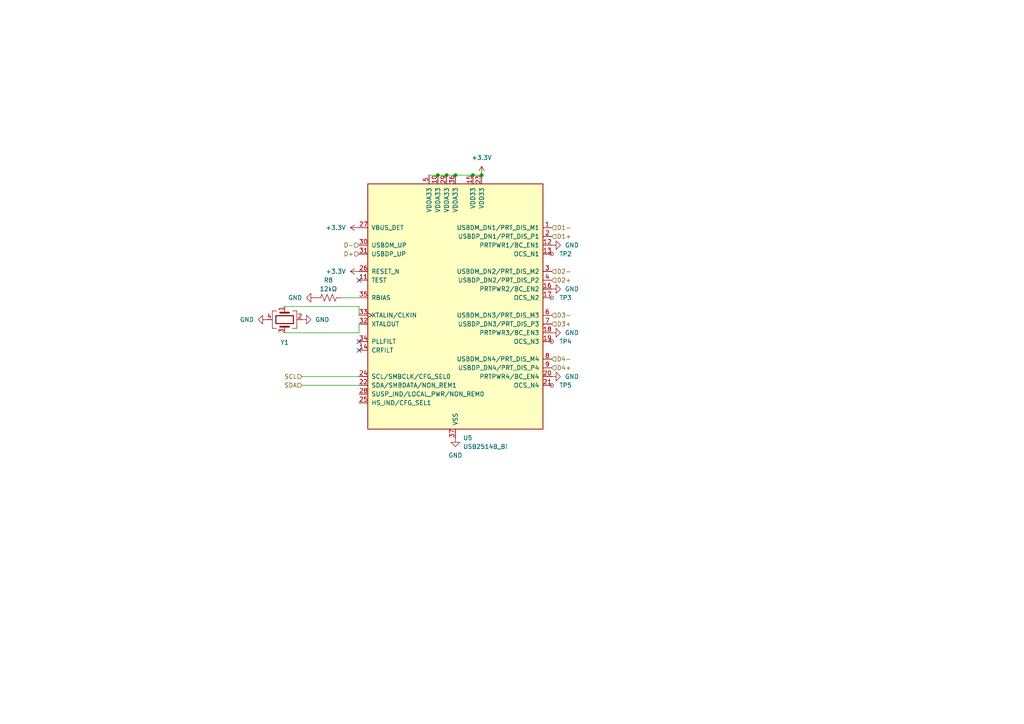
<source format=kicad_sch>
(kicad_sch (version 20231120) (generator "eeschema") (generator_version "8.0")
  (paper "A4")
  (lib_symbols
    (symbol "Connector:TestPoint_Small" (pin_numbers hide) (pin_names (offset 0.762) hide)
      (property "Reference" "TP" (at 0 3.81 0))
      (property "Value" "TestPoint_Small" (at 0 2.032 0))
      (symbol "TestPoint_Small_0_1"
        (circle (center 0 0) (radius 0.508))
      )
      (symbol "TestPoint_Small_1_1"
        (pin passive line (at 0 0 90) (length 0) (name "1") (number "1"))
      )
    )
    (symbol "Device:Crystal_GND24" (pin_names (offset 1.016) hide)
      (property "Reference" "Y" (at 3.175 5.08 0))
      (property "Value" "Crystal_GND24" (at 3.175 3.175 0))
      (symbol "Crystal_GND24_0_1"
        (rectangle (start -1.143 2.54) (end 1.143 -2.54) (stroke (width 0.3048)))
        (polyline (pts (xy -2.54 0) (xy -2.032 0)))
        (polyline (pts (xy -2.032 -1.27) (xy -2.032 1.27)) (stroke (width 0.508)))
        (polyline (pts (xy 0 -3.81) (xy 0 -3.556)))
        (polyline (pts (xy 0 3.556) (xy 0 3.81)))
        (polyline (pts (xy 2.032 -1.27) (xy 2.032 1.27)) (stroke (width 0.508)))
        (polyline (pts (xy 2.032 0) (xy 2.54 0)))
        (polyline (pts (xy -2.54 -2.286) (xy -2.54 -3.556) (xy 2.54 -3.556) (xy 2.54 -2.286)))
        (polyline (pts (xy -2.54 2.286) (xy -2.54 3.556) (xy 2.54 3.556) (xy 2.54 2.286)))
      )
      (symbol "Crystal_GND24_1_1"
        (pin passive line (at -3.81 0 0) (length 1.27) (name "1") (number "1"))
        (pin passive line (at 0 5.08 270) (length 1.27) (name "2") (number "2"))
        (pin passive line (at 3.81 0 180) (length 1.27) (name "3") (number "3"))
        (pin passive line (at 0 -5.08 90) (length 1.27) (name "4") (number "4"))
      )
    )
    (symbol "Device:R_US" (pin_numbers hide) (pin_names (offset 0))
      (property "Reference" "R" (at 2.54 0 90))
      (property "Value" "R_US" (at -2.54 0 90))
      (symbol "R_US_0_1"
        (polyline (pts (xy 0 -2.286) (xy 0 -2.54)))
        (polyline (pts (xy 0 2.286) (xy 0 2.54)))
        (polyline (pts (xy 0 -0.762) (xy 1.016 -1.143) (xy 0 -1.524) (xy -1.016 -1.905) (xy 0 -2.286)))
        (polyline (pts (xy 0 0.762) (xy 1.016 0.381) (xy 0 0) (xy -1.016 -0.381) (xy 0 -0.762)))
        (polyline (pts (xy 0 2.286) (xy 1.016 1.905) (xy 0 1.524) (xy -1.016 1.143) (xy 0 0.762)))
      )
      (symbol "R_US_1_1"
        (pin passive line (at 0 3.81 270) (length 1.27) (name "~") (number "1"))
        (pin passive line (at 0 -3.81 90) (length 1.27) (name "~") (number "2"))
      )
    )
    (symbol "Interface_USB:USB2514B_Bi" (pin_names (offset 1.016))
      (property "Reference" "U" (at -17.78 40.64 0))
      (property "Value" "USB2514B_Bi" (at -20.32 38.1 0))
      (symbol "USB2514B_Bi_0_1"
        (rectangle (start -25.4 35.56) (end 25.4 -35.56) (stroke (width 0.254)) (fill (type background)))
      )
      (symbol "USB2514B_Bi_1_1"
        (pin bidirectional line (at 27.94 22.86 180) (length 2.54) (name "USBDM_DN1/PRT_DIS_M1") (number "1"))
        (pin power_in line (at -5.08 38.1 270) (length 2.54) (name "VDDA33") (number "10"))
        (pin input line (at -27.94 7.62 0) (length 2.54) (name "TEST") (number "11"))
        (pin bidirectional line (at 27.94 17.78 180) (length 2.54) (name "PRTPWR1/BC_EN1") (number "12"))
        (pin input line (at 27.94 15.24 180) (length 2.54) (name "OCS_N1") (number "13"))
        (pin input line (at -27.94 -12.7 0) (length 2.54) (name "CRFILT") (number "14"))
        (pin power_in line (at 5.08 38.1 270) (length 2.54) (name "VDD33") (number "15"))
        (pin bidirectional line (at 27.94 5.08 180) (length 2.54) (name "PRTPWR2/BC_EN2") (number "16"))
        (pin input line (at 27.94 2.54 180) (length 2.54) (name "OCS_N2") (number "17"))
        (pin bidirectional line (at 27.94 -7.62 180) (length 2.54) (name "PRTPWR3/BC_EN3") (number "18"))
        (pin input line (at 27.94 -10.16 180) (length 2.54) (name "OCS_N3") (number "19"))
        (pin bidirectional line (at 27.94 20.32 180) (length 2.54) (name "USBDP_DN1/PRT_DIS_P1") (number "2"))
        (pin bidirectional line (at 27.94 -20.32 180) (length 2.54) (name "PRTPWR4/BC_EN4") (number "20"))
        (pin input line (at 27.94 -22.86 180) (length 2.54) (name "OCS_N4") (number "21"))
        (pin bidirectional line (at -27.94 -22.86 0) (length 2.54) (name "SDA/SMBDATA/NON_REM1") (number "22"))
        (pin power_in line (at 7.62 38.1 270) (length 2.54) (name "VDD33") (number "23"))
        (pin bidirectional line (at -27.94 -20.32 0) (length 2.54) (name "SCL/SMBCLK/CFG_SEL0") (number "24"))
        (pin bidirectional line (at -27.94 -27.94 0) (length 2.54) (name "HS_IND/CFG_SEL1") (number "25"))
        (pin input line (at -27.94 10.16 0) (length 2.54) (name "RESET_N") (number "26"))
        (pin input line (at -27.94 22.86 0) (length 2.54) (name "VBUS_DET") (number "27"))
        (pin bidirectional line (at -27.94 -25.4 0) (length 2.54) (name "SUSP_IND/LOCAL_PWR/NON_REM0") (number "28"))
        (pin power_in line (at -2.54 38.1 270) (length 2.54) (name "VDDA33") (number "29"))
        (pin bidirectional line (at 27.94 10.16 180) (length 2.54) (name "USBDM_DN2/PRT_DIS_M2") (number "3"))
        (pin bidirectional line (at -27.94 17.78 0) (length 2.54) (name "USBDM_UP") (number "30"))
        (pin bidirectional line (at -27.94 15.24 0) (length 2.54) (name "USBDP_UP") (number "31"))
        (pin output line (at -27.94 -5.08 0) (length 2.54) (name "XTALOUT") (number "32"))
        (pin input clock (at -27.94 -2.54 0) (length 2.54) (name "XTALIN/CLKIN") (number "33"))
        (pin input line (at -27.94 -10.16 0) (length 2.54) (name "PLLFILT") (number "34"))
        (pin input line (at -27.94 2.54 0) (length 2.54) (name "RBIAS") (number "35"))
        (pin power_in line (at 0 38.1 270) (length 2.54) (name "VDDA33") (number "36"))
        (pin power_in line (at 0 -38.1 90) (length 2.54) (name "VSS") (number "37"))
        (pin bidirectional line (at 27.94 7.62 180) (length 2.54) (name "USBDP_DN2/PRT_DIS_P2") (number "4"))
        (pin power_in line (at -7.62 38.1 270) (length 2.54) (name "VDDA33") (number "5"))
        (pin bidirectional line (at 27.94 -2.54 180) (length 2.54) (name "USBDM_DN3/PRT_DIS_M3") (number "6"))
        (pin bidirectional line (at 27.94 -5.08 180) (length 2.54) (name "USBDP_DN3/PRT_DIS_P3") (number "7"))
        (pin bidirectional line (at 27.94 -15.24 180) (length 2.54) (name "USBDM_DN4/PRT_DIS_M4") (number "8"))
        (pin bidirectional line (at 27.94 -17.78 180) (length 2.54) (name "USBDP_DN4/PRT_DIS_P4") (number "9"))
      )
    )
    (symbol "power:+3.3V" (power) (pin_numbers hide) (pin_names (offset 0) hide)
      (property "Value" "+3.3V" (at 0 3.556 0))
      (symbol "+3.3V_0_1"
        (polyline (pts (xy -0.762 1.27) (xy 0 2.54)))
        (polyline (pts (xy 0 0) (xy 0 2.54)))
        (polyline (pts (xy 0 2.54) (xy 0.762 1.27)))
      )
      (symbol "+3.3V_1_1"
        (pin power_in line (at 0 0 90) (length 0) (name "~") (number "1"))
      )
    )
    (symbol "power:GND" (power) (pin_numbers hide) (pin_names (offset 0) hide)
      (property "Value" "GND" (at 0 -3.81 0))
      (symbol "GND_0_1"
        (polyline (pts (xy 0 0) (xy 0 -1.27) (xy 1.27 -1.27) (xy 0 -2.54) (xy -1.27 -1.27) (xy 0 -1.27)))
      )
      (symbol "GND_1_1"
        (pin power_in line (at 0 0 270) (length 0) (name "~") (number "1"))
      )
    )
  )
  (junction (at 132.08 50.8))
  (junction (at 139.7 50.8))
  (junction (at 129.54 50.8))
  (junction (at 127 50.8))
  (junction (at 137.16 50.8))
  (no_connect (at 104.14 99.06))
  (no_connect (at 104.14 101.6))
  (no_connect (at 104.14 81.28))
  (wire (pts (xy 137.16 50.8) (xy 139.7 50.8)))
  (wire (pts (xy 99.06 86.36) (xy 104.14 86.36)))
  (wire (pts (xy 87.63 111.76) (xy 104.14 111.76)))
  (wire (pts (xy 132.08 50.8) (xy 137.16 50.8)))
  (wire (pts (xy 124.46 50.8) (xy 127 50.8)))
  (wire (pts (xy 104.14 96.52) (xy 104.14 93.98)))
  (wire (pts (xy 82.55 96.52) (xy 104.14 96.52)))
  (wire (pts (xy 127 50.8) (xy 129.54 50.8)))
  (wire (pts (xy 82.55 88.9) (xy 104.14 88.9)))
  (wire (pts (xy 87.63 109.22) (xy 104.14 109.22)))
  (wire (pts (xy 129.54 50.8) (xy 132.08 50.8)))
  (wire (pts (xy 104.14 88.9) (xy 104.14 91.44)))
  (hierarchical_label "SCL" (shape input) (at 87.63 109.22 180))
  (hierarchical_label "D4-" (shape input) (at 160.02 104.14 0))
  (hierarchical_label "D2+" (shape input) (at 160.02 81.28 0))
  (hierarchical_label "D-" (shape input) (at 104.14 71.12 180))
  (hierarchical_label "D4+" (shape input) (at 160.02 106.68 0))
  (hierarchical_label "D1-" (shape input) (at 160.02 66.04 0))
  (hierarchical_label "SDA" (shape input) (at 87.63 111.76 180))
  (hierarchical_label "D3+" (shape input) (at 160.02 93.98 0))
  (hierarchical_label "D2-" (shape input) (at 160.02 78.74 0))
  (hierarchical_label "D1+" (shape input) (at 160.02 68.58 0))
  (hierarchical_label "D+" (shape input) (at 104.14 73.66 180))
  (hierarchical_label "D3-" (shape input) (at 160.02 91.44 0))
  (symbol (lib_id "power:GND") (at 160.02 109.22 90) (unit 1)
    (property "Reference" "#PWR073" (effects (hide yes)))
    (property "Value" "GND" (at 163.83 109.2199 90) (effects (justify right)))
    (property "Description" "Power symbol creates a global label with name \"GND\" , ground" (effects (hide yes)))
  )
  (symbol (lib_id "Connector:TestPoint_Small") (at 160.02 111.76 0) (mirror y) (unit 1)
    (property "Reference" "TP5" (at 165.862 111.76 0) (effects (justify left)))
    (property "Value" "TestPoint_Small" (effects (hide yes)))
    (property "Footprint" "TestPoint:TestPoint_Pad_D1.0mm" (effects (hide yes)))
    (property "Description" "test point" (effects (hide yes)))
  )
  (symbol (lib_id "power:+3.3V") (at 104.14 66.04 90) (mirror x) (unit 1)
    (property "Reference" "#PWR065" (effects (hide yes)))
    (property "Value" "+3.3V" (at 100.33 66.0399 90) (effects (justify left)))
    (property "Description" "Power symbol creates a global label with name \"+3.3V\"" (effects (hide yes)))
  )
  (symbol (lib_id "power:GND") (at 77.47 92.71 270) (unit 1)
    (property "Reference" "#PWR070" (effects (hide yes)))
    (property "Value" "GND" (at 73.66 92.7099 90) (effects (justify right)))
    (property "Description" "Power symbol creates a global label with name \"GND\" , ground" (effects (hide yes)))
  )
  (symbol (lib_id "Device:R_US") (at 95.25 86.36 90) (unit 1)
    (property "Reference" "R8" (at 95.25 81.28 90))
    (property "Value" "12kΩ" (at 95.25 83.82 90))
    (property "Footprint" "Resistor_SMD:R_0402_1005Metric_Pad0.72x0.64mm_HandSolder" (effects (hide yes)))
    (property "Description" "Resistor, US symbol" (effects (hide yes)))
  )
  (symbol (lib_id "power:GND") (at 160.02 96.52 90) (unit 1)
    (property "Reference" "#PWR072" (effects (hide yes)))
    (property "Value" "GND" (at 163.83 96.5199 90) (effects (justify right)))
    (property "Description" "Power symbol creates a global label with name \"GND\" , ground" (effects (hide yes)))
  )
  (symbol (lib_id "Device:Crystal_GND24") (at 82.55 92.71 270) (unit 1)
    (property "Reference" "Y1" (at 82.55 99.314 90))
    (property "Value" "ABM8-24.000MHZ-D1G-T" (effects (hide yes)))
    (property "Footprint" "Crystal:Crystal_SMD_Abracon_ABM8G-4Pin_3.2x2.5mm" (effects (hide yes)))
    (property "Description" "Four pin crystal, GND on pins 2 and 4" (effects (hide yes)))
  )
  (symbol (lib_id "power:GND") (at 91.44 86.36 270) (unit 1)
    (property "Reference" "#PWR069" (effects (hide yes)))
    (property "Value" "GND" (at 87.63 86.3599 90) (effects (justify right)))
    (property "Description" "Power symbol creates a global label with name \"GND\" , ground" (effects (hide yes)))
  )
  (symbol (lib_id "Connector:TestPoint_Small") (at 160.02 86.36 0) (mirror y) (unit 1)
    (property "Reference" "TP3" (at 165.862 86.36 0) (effects (justify left)))
    (property "Value" "TestPoint_Small" (effects (hide yes)))
    (property "Footprint" "TestPoint:TestPoint_Pad_D1.0mm" (effects (hide yes)))
    (property "Description" "test point" (effects (hide yes)))
  )
  (symbol (lib_id "power:+3.3V") (at 139.7 50.8 0) (mirror y) (unit 1)
    (property "Reference" "#PWR064" (effects (hide yes)))
    (property "Value" "+3.3V" (at 139.7 45.72 0))
    (property "Description" "Power symbol creates a global label with name \"+3.3V\"" (effects (hide yes)))
  )
  (symbol (lib_id "power:GND") (at 87.63 92.71 90) (unit 1)
    (property "Reference" "#PWR071" (effects (hide yes)))
    (property "Value" "GND" (at 91.44 92.7099 90) (effects (justify right)))
    (property "Description" "Power symbol creates a global label with name \"GND\" , ground" (effects (hide yes)))
  )
  (symbol (lib_id "Interface_USB:USB2514B_Bi") (at 132.08 88.9 0) (unit 1)
    (property "Reference" "U5" (at 134.2741 127 0) (effects (justify left)))
    (property "Value" "USB2514B_Bi" (at 134.2741 129.54 0) (effects (justify left)))
    (property "Footprint" "Package_DFN_QFN:QFN-36-1EP_6x6mm_P0.5mm_EP3.7x3.7mm" (effects (hide yes)))
    (property "Datasheet" "http://ww1.microchip.com/downloads/en/DeviceDoc/00001692C.pdf" (effects (hide yes)))
    (property "Description" "USB 2.0 Hi-Speed Hub Controller" (effects (hide yes)))
  )
  (symbol (lib_id "power:+3.3V") (at 104.14 78.74 90) (mirror x) (unit 1)
    (property "Reference" "#PWR067" (effects (hide yes)))
    (property "Value" "+3.3V" (at 100.33 78.7399 90) (effects (justify left)))
    (property "Description" "Power symbol creates a global label with name \"+3.3V\"" (effects (hide yes)))
  )
  (symbol (lib_id "power:GND") (at 160.02 71.12 90) (unit 1)
    (property "Reference" "#PWR066" (effects (hide yes)))
    (property "Value" "GND" (at 163.83 71.1199 90) (effects (justify right)))
    (property "Description" "Power symbol creates a global label with name \"GND\" , ground" (effects (hide yes)))
  )
  (symbol (lib_id "Connector:TestPoint_Small") (at 160.02 99.06 0) (mirror y) (unit 1)
    (property "Reference" "TP4" (at 165.862 99.06 0) (effects (justify left)))
    (property "Value" "TestPoint_Small" (effects (hide yes)))
    (property "Footprint" "TestPoint:TestPoint_Pad_D1.0mm" (effects (hide yes)))
    (property "Description" "test point" (effects (hide yes)))
  )
  (symbol (lib_id "power:GND") (at 132.08 127 0) (unit 1)
    (property "Reference" "#PWR074" (effects (hide yes)))
    (property "Value" "GND" (at 132.08 132.08 0))
    (property "Description" "Power symbol creates a global label with name \"GND\" , ground" (effects (hide yes)))
  )
  (symbol (lib_id "Connector:TestPoint_Small") (at 160.02 73.66 0) (mirror y) (unit 1)
    (property "Reference" "TP2" (at 165.862 73.66 0) (effects (justify left)))
    (property "Value" "TestPoint_Small" (effects (hide yes)))
    (property "Footprint" "TestPoint:TestPoint_Pad_D1.0mm" (effects (hide yes)))
    (property "Description" "test point" (effects (hide yes)))
  )
  (symbol (lib_id "power:GND") (at 160.02 83.82 90) (unit 1)
    (property "Reference" "#PWR068" (effects (hide yes)))
    (property "Value" "GND" (at 163.83 83.8199 90) (effects (justify right)))
    (property "Description" "Power symbol creates a global label with name \"GND\" , ground" (effects (hide yes)))
  )
)
</source>
